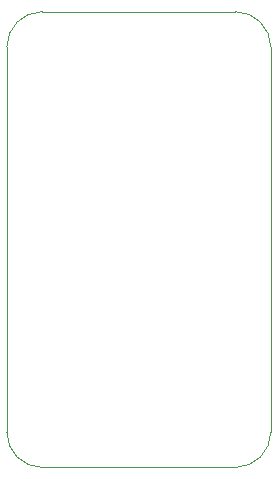
<source format=gbr>
%TF.GenerationSoftware,Altium Limited,Altium Designer,20.0.10 (225)*%
G04 Layer_Color=0*
%FSLAX26Y26*%
%MOIN*%
%TF.FileFunction,Profile,NP*%
%TF.Part,Single*%
G01*
G75*
%TA.AperFunction,Profile*%
%ADD25C,0.001000*%
D25*
X4480000Y3494095D02*
X4480000Y4777165D01*
X4480000D01*
D02*
G02*
X4598110Y4895276I118110J0D01*
G01*
X5241890D01*
D02*
G02*
X5360000Y4777165I0J-118110D01*
G01*
X5360000D01*
X5360000Y3494095D01*
X5360000D01*
D02*
G02*
X5241890Y3375984I-118110J0D01*
G01*
X4598110D01*
D02*
G02*
X4480000Y3494095I0J118110D01*
G01*
%TF.MD5,741d48444c5ba455ce2aa2d36088c29a*%
M02*

</source>
